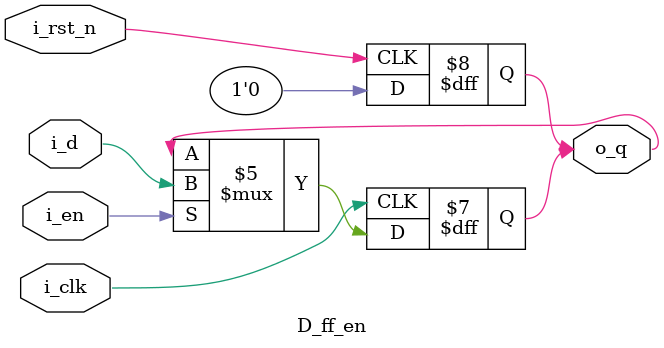
<source format=v>
module D_ff_en(
	input		i_clk,
	input		i_rst_n,
	input		i_en,
	input		i_d,
	output		o_q
);
	always @(negedge i_rst_n) begin
		if(!i_rst_n)	
			o_q <= 1'b0;
	end

	always @(posedge i_clk) begin
		if(i_en)
			o_q <= i_d;
		else
			o_q <= o_q;
	end

endmodule

</source>
